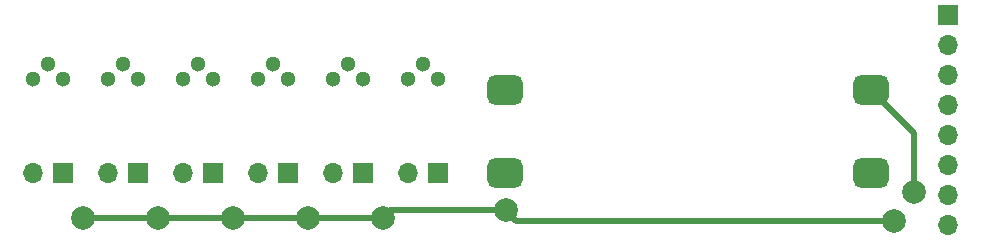
<source format=gbr>
%TF.GenerationSoftware,KiCad,Pcbnew,6.0.0*%
%TF.CreationDate,2021-12-31T10:41:15+01:00*%
%TF.ProjectId,hexPiezoPre,68657850-6965-47a6-9f50-72652e6b6963,rev?*%
%TF.SameCoordinates,PX4fa1be0PY8caabe0*%
%TF.FileFunction,Copper,L2,Bot*%
%TF.FilePolarity,Positive*%
%FSLAX46Y46*%
G04 Gerber Fmt 4.6, Leading zero omitted, Abs format (unit mm)*
G04 Created by KiCad (PCBNEW 6.0.0) date 2021-12-31 10:41:15*
%MOMM*%
%LPD*%
G01*
G04 APERTURE LIST*
G04 Aperture macros list*
%AMRoundRect*
0 Rectangle with rounded corners*
0 $1 Rounding radius*
0 $2 $3 $4 $5 $6 $7 $8 $9 X,Y pos of 4 corners*
0 Add a 4 corners polygon primitive as box body*
4,1,4,$2,$3,$4,$5,$6,$7,$8,$9,$2,$3,0*
0 Add four circle primitives for the rounded corners*
1,1,$1+$1,$2,$3*
1,1,$1+$1,$4,$5*
1,1,$1+$1,$6,$7*
1,1,$1+$1,$8,$9*
0 Add four rect primitives between the rounded corners*
20,1,$1+$1,$2,$3,$4,$5,0*
20,1,$1+$1,$4,$5,$6,$7,0*
20,1,$1+$1,$6,$7,$8,$9,0*
20,1,$1+$1,$8,$9,$2,$3,0*%
G04 Aperture macros list end*
%TA.AperFunction,ComponentPad*%
%ADD10C,1.300000*%
%TD*%
%TA.AperFunction,ComponentPad*%
%ADD11R,1.700000X1.700000*%
%TD*%
%TA.AperFunction,ComponentPad*%
%ADD12O,1.700000X1.700000*%
%TD*%
%TA.AperFunction,ComponentPad*%
%ADD13RoundRect,0.625000X-0.875000X0.625000X-0.875000X-0.625000X0.875000X-0.625000X0.875000X0.625000X0*%
%TD*%
%TA.AperFunction,ViaPad*%
%ADD14C,2.000000*%
%TD*%
%TA.AperFunction,Conductor*%
%ADD15C,0.500000*%
%TD*%
G04 APERTURE END LIST*
D10*
%TO.P,Q6,1,D*%
%TO.N,Net-(C17-Pad1)*%
X35842229Y15610000D03*
%TO.P,Q6,2,S*%
%TO.N,Net-(Q6-Pad2)*%
X37112229Y16880000D03*
%TO.P,Q6,3,G*%
%TO.N,/preIn_6sig*%
X38382229Y15610000D03*
%TD*%
%TO.P,Q5,1,D*%
%TO.N,Net-(C13-Pad1)*%
X29487229Y15610000D03*
%TO.P,Q5,2,S*%
%TO.N,Net-(Q5-Pad2)*%
X30757229Y16880000D03*
%TO.P,Q5,3,G*%
%TO.N,/preIn_5sig*%
X32027229Y15610000D03*
%TD*%
%TO.P,Q4,1,D*%
%TO.N,Net-(C12-Pad1)*%
X23142229Y15610000D03*
%TO.P,Q4,2,S*%
%TO.N,Net-(Q4-Pad2)*%
X24412229Y16880000D03*
%TO.P,Q4,3,G*%
%TO.N,/preIn_4sig*%
X25682229Y15610000D03*
%TD*%
%TO.P,Q3,1,D*%
%TO.N,Net-(C11-Pad1)*%
X16792229Y15610000D03*
%TO.P,Q3,2,S*%
%TO.N,Net-(Q3-Pad2)*%
X18062229Y16880000D03*
%TO.P,Q3,3,G*%
%TO.N,/preIn_3sig*%
X19332229Y15610000D03*
%TD*%
%TO.P,Q2,1,D*%
%TO.N,Net-(C5-Pad1)*%
X10442229Y15610000D03*
%TO.P,Q2,2,S*%
%TO.N,Net-(Q2-Pad2)*%
X11712229Y16880000D03*
%TO.P,Q2,3,G*%
%TO.N,/preIn_2sig*%
X12982229Y15610000D03*
%TD*%
%TO.P,Q1,1,D*%
%TO.N,Net-(C1-Pad1)*%
X4092229Y15610000D03*
%TO.P,Q1,2,S*%
%TO.N,Net-(Q1-Pad2)*%
X5362229Y16880000D03*
%TO.P,Q1,3,G*%
%TO.N,/preIn_1sig*%
X6632229Y15610000D03*
%TD*%
D11*
%TO.P,J8,1,Pin_1*%
%TO.N,GNDA*%
X25687229Y7715000D03*
D12*
%TO.P,J8,2,Pin_2*%
%TO.N,/preIn_4sig*%
X23147229Y7715000D03*
%TD*%
D11*
%TO.P,J7,1,Pin_1*%
%TO.N,GNDA*%
X19332229Y7715000D03*
D12*
%TO.P,J7,2,Pin_2*%
%TO.N,/preIn_3sig*%
X16792229Y7715000D03*
%TD*%
D11*
%TO.P,J10,1,Pin_1*%
%TO.N,GNDA*%
X38382229Y7715000D03*
D12*
%TO.P,J10,2,Pin_2*%
%TO.N,/preIn_6sig*%
X35842229Y7715000D03*
%TD*%
D11*
%TO.P,J9,1,Pin_1*%
%TO.N,GNDA*%
X32032229Y7715000D03*
D12*
%TO.P,J9,2,Pin_2*%
%TO.N,/preIn_5sig*%
X29492229Y7715000D03*
%TD*%
D11*
%TO.P,J6,1,Pin_1*%
%TO.N,GNDA*%
X12987229Y7715000D03*
D12*
%TO.P,J6,2,Pin_2*%
%TO.N,/preIn_2sig*%
X10447229Y7715000D03*
%TD*%
D11*
%TO.P,J2,1,Pin_1*%
%TO.N,GNDA*%
X6632229Y7715000D03*
D12*
%TO.P,J2,2,Pin_2*%
%TO.N,/preIn_1sig*%
X4092229Y7715000D03*
%TD*%
D11*
%TO.P,J1,1,Pin_1*%
%TO.N,/preOut_1sig*%
X81562229Y21035000D03*
D12*
%TO.P,J1,2,Pin_2*%
%TO.N,/preOut_2sig*%
X81562229Y18495000D03*
%TO.P,J1,3,Pin_3*%
%TO.N,/preOut_3sig*%
X81562229Y15955000D03*
%TO.P,J1,4,Pin_4*%
%TO.N,/preOut_4sig*%
X81562229Y13415000D03*
%TO.P,J1,5,Pin_5*%
%TO.N,/preOut_5sig*%
X81562229Y10875000D03*
%TO.P,J1,6,Pin_6*%
%TO.N,/preOut_6sig*%
X81562229Y8335000D03*
%TO.P,J1,7,Pin_7*%
%TO.N,/Vin*%
X81562229Y5795000D03*
%TO.P,J1,8,Pin_8*%
%TO.N,GNDA*%
X81562229Y3255000D03*
%TD*%
D13*
%TO.P,PS1,1,-Vin*%
%TO.N,GNDA*%
X75007229Y7715000D03*
%TO.P,PS1,2,+Vin*%
%TO.N,/Vin*%
X75007229Y14715000D03*
%TO.P,PS1,3,-Vout*%
%TO.N,GNDA*%
X44007229Y7715000D03*
%TO.P,PS1,4,+Vout*%
%TO.N,Net-(C3-Pad1)*%
X44007229Y14715000D03*
%TD*%
D14*
%TO.N,GNDA*%
X76990229Y3651000D03*
X8283229Y3905000D03*
X20983229Y3905000D03*
X14633229Y3905000D03*
X27333229Y3905000D03*
X33683229Y3905000D03*
X44097229Y4540000D03*
%TO.N,/Vin*%
X78641229Y6064000D03*
%TD*%
D15*
%TO.N,GNDA*%
X44986229Y3651000D02*
X44097229Y4540000D01*
X76990229Y3651000D02*
X44986229Y3651000D01*
X27333229Y3905000D02*
X20983229Y3905000D01*
X33683229Y3905000D02*
X27333229Y3905000D01*
X34318229Y4540000D02*
X33683229Y3905000D01*
X14633229Y3905000D02*
X8283229Y3905000D01*
X44097229Y4540000D02*
X34318229Y4540000D01*
X20983229Y3905000D02*
X14633229Y3905000D01*
%TO.N,/Vin*%
X78641229Y11081000D02*
X75007229Y14715000D01*
X78641229Y6064000D02*
X78641229Y11081000D01*
%TD*%
M02*

</source>
